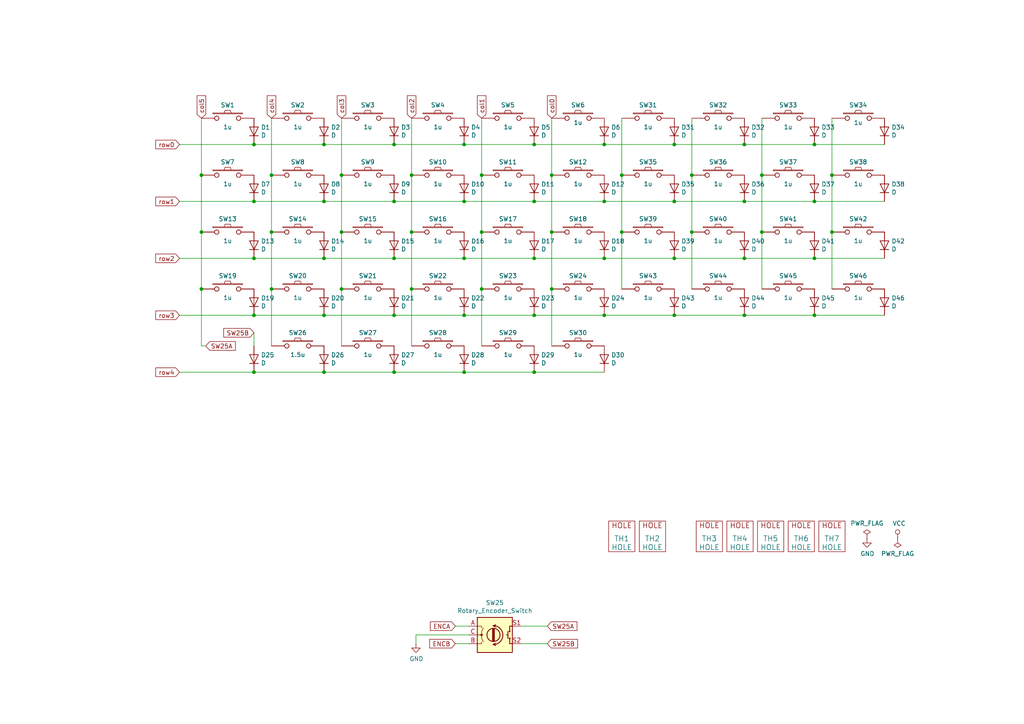
<source format=kicad_sch>
(kicad_sch (version 20211123) (generator eeschema)
  (paper "A4")
  (lib_symbols
    (symbol "Device:Rotary_Encoder_Switch" (pin_names (offset 0.254) hide)
      (property "Reference" "SW" (at 0 6.604 0))
      (property "Value" "Device_Rotary_Encoder_Switch" (at 0 -6.604 0))
      (symbol "Rotary_Encoder_Switch_0_1"
        (rectangle (start -5.08 5.08) (end 5.08 -5.08) (stroke (width 0.254)) (fill (type background)))
        (circle (center -3.81 0) (radius 0.254) (fill (type outline)))
        (arc (start -0.381 -2.794) (mid 2.3622 -0.0635) (end -0.381 2.667) (stroke (width 0.254)))
        (circle (center -0.381 0) (radius 1.905) (stroke (width 0.254)))
        (polyline (pts (xy -0.635 -1.778) (xy -0.635 1.778)) (stroke (width 0.254)))
        (polyline (pts (xy -0.381 -1.778) (xy -0.381 1.778)) (stroke (width 0.254)))
        (polyline (pts (xy -0.127 1.778) (xy -0.127 -1.778)) (stroke (width 0.254)))
        (polyline (pts (xy 3.81 0) (xy 3.429 0)) (stroke (width 0.254)))
        (polyline (pts (xy 3.81 1.016) (xy 3.81 -1.016)) (stroke (width 0.254)))
        (polyline (pts (xy -5.08 -2.54) (xy -3.81 -2.54) (xy -3.81 -2.032)))
        (polyline (pts (xy -5.08 2.54) (xy -3.81 2.54) (xy -3.81 2.032)))
        (polyline (pts (xy 0.254 -3.048) (xy -0.508 -2.794) (xy 0.127 -2.413)) (stroke (width 0.254)))
        (polyline (pts (xy 0.254 2.921) (xy -0.508 2.667) (xy 0.127 2.286)) (stroke (width 0.254)))
        (polyline (pts (xy 5.08 -2.54) (xy 4.318 -2.54) (xy 4.318 -1.016)) (stroke (width 0.254)))
        (polyline (pts (xy 5.08 2.54) (xy 4.318 2.54) (xy 4.318 1.016)) (stroke (width 0.254)))
        (polyline (pts (xy -5.08 0) (xy -3.81 0) (xy -3.81 -1.016) (xy -3.302 -2.032)))
        (polyline (pts (xy -4.318 0) (xy -3.81 0) (xy -3.81 1.016) (xy -3.302 2.032)))
        (circle (center 4.318 -1.016) (radius 0.127) (stroke (width 0.254)))
        (circle (center 4.318 1.016) (radius 0.127) (stroke (width 0.254)))
      )
      (symbol "Rotary_Encoder_Switch_1_1"
        (pin passive line (at -7.62 2.54 0) (length 2.54) (name "A") (number "A"))
        (pin passive line (at -7.62 -2.54 0) (length 2.54) (name "B") (number "B"))
        (pin passive line (at -7.62 0 0) (length 2.54) (name "C") (number "C"))
        (pin passive line (at 7.62 2.54 180) (length 2.54) (name "S1") (number "S1"))
        (pin passive line (at 7.62 -2.54 180) (length 2.54) (name "S2") (number "S2"))
      )
    )
    (symbol "SofleKeyboard-rescue:D-Lily58-cache-Lily58_Pro-rescue" (pin_numbers hide) (pin_names (offset 1.016) hide)
      (property "Reference" "D" (at 0 2.54 0))
      (property "Value" "D-Lily58-cache-Lily58_Pro-rescue" (at 0 -2.54 0))
      (symbol "D-Lily58-cache-Lily58_Pro-rescue_0_1"
        (polyline (pts (xy -1.27 1.27) (xy -1.27 -1.27)) (stroke (width 0.2032)))
        (polyline (pts (xy 1.27 0) (xy -1.27 0)))
        (polyline (pts (xy 1.27 1.27) (xy 1.27 -1.27) (xy -1.27 0) (xy 1.27 1.27)) (stroke (width 0.2032)))
      )
      (symbol "D-Lily58-cache-Lily58_Pro-rescue_1_1"
        (pin passive line (at -3.81 0 0) (length 2.54) (name "K") (number "1"))
        (pin passive line (at 3.81 0 180) (length 2.54) (name "A") (number "2"))
      )
    )
    (symbol "SofleKeyboard-rescue:GND-Lily58-cache-Lily58_Pro-rescue" (power) (pin_names (offset 0))
      (property "Value" "GND-Lily58-cache-Lily58_Pro-rescue" (at 0 -3.81 0))
      (symbol "GND-Lily58-cache-Lily58_Pro-rescue_1_1"
        (polyline (pts (xy 0 0) (xy 0 -1.27) (xy 1.27 -1.27) (xy 0 -2.54) (xy -1.27 -1.27) (xy 0 -1.27)))
        (pin power_in line (at 0 0 0) (length 0) hide (name "GND") (number "1"))
      )
    )
    (symbol "SofleKeyboard-rescue:HOLE-Lily58-cache-Lily58_Pro-rescue" (pin_names (offset 1.016))
      (property "Reference" "U" (at 0 0 0))
      (property "Value" "HOLE-Lily58-cache-Lily58_Pro-rescue" (at 0 -5.08 0))
      (symbol "HOLE-Lily58-cache-Lily58_Pro-rescue_0_0"
        (text "HOLE" (at 0 3.81 0) (effects (font (size 1.524 1.524))))
      )
      (symbol "HOLE-Lily58-cache-Lily58_Pro-rescue_0_1"
        (rectangle (start 3.81 5.08) (end -3.81 -3.81))
      )
    )
    (symbol "SofleKeyboard-rescue:PWR_FLAG-Lily58-cache-Lily58_Pro-rescue" (power) (pin_numbers hide) (pin_names (offset 0) hide)
      (property "Value" "PWR_FLAG-Lily58-cache-Lily58_Pro-rescue" (at 0 3.81 0))
      (symbol "PWR_FLAG-Lily58-cache-Lily58_Pro-rescue_0_0"
        (pin power_out line (at 0 0 90) (length 0) (name "pwr") (number "1"))
      )
      (symbol "PWR_FLAG-Lily58-cache-Lily58_Pro-rescue_0_1"
        (polyline (pts (xy 0 0) (xy 0 1.27) (xy -1.016 1.905) (xy 0 2.54) (xy 1.016 1.905) (xy 0 1.27)))
      )
    )
    (symbol "SofleKeyboard-rescue:SW_PUSH-Lily58-cache-Lily58_Pro-rescue" (pin_numbers hide) (pin_names (offset 1.016) hide)
      (property "Reference" "SW" (at 3.81 2.794 0))
      (property "Value" "SW_PUSH-Lily58-cache-Lily58_Pro-rescue" (at 0 -2.032 0))
      (symbol "SW_PUSH-Lily58-cache-Lily58_Pro-rescue_0_1"
        (rectangle (start -4.318 1.27) (end 4.318 1.524))
        (polyline (pts (xy -1.016 1.524) (xy -0.762 2.286) (xy 0.762 2.286) (xy 1.016 1.524)))
        (pin passive inverted (at -7.62 0 0) (length 5.08) (name "1") (number "1"))
        (pin passive inverted (at 7.62 0 180) (length 5.08) (name "2") (number "2"))
      )
    )
    (symbol "SofleKeyboard-rescue:VCC-Lily58-cache-Lily58_Pro-rescue" (power) (pin_names (offset 0))
      (property "Value" "VCC-Lily58-cache-Lily58_Pro-rescue" (at 0 3.81 0))
      (symbol "VCC-Lily58-cache-Lily58_Pro-rescue_0_1"
        (polyline (pts (xy 0 0) (xy 0 1.27)))
        (circle (center 0 1.905) (radius 0.635))
      )
      (symbol "VCC-Lily58-cache-Lily58_Pro-rescue_1_1"
        (pin power_in line (at 0 0 90) (length 0) hide (name "VCC") (number "1"))
      )
    )
    (symbol "power:GND" (power) (pin_names (offset 0))
      (property "Value" "GND" (at 0 -3.81 0))
      (symbol "GND_0_1"
        (polyline (pts (xy 0 0) (xy 0 -1.27) (xy 1.27 -1.27) (xy 0 -2.54) (xy -1.27 -1.27) (xy 0 -1.27)))
      )
      (symbol "GND_1_1"
        (pin power_in line (at 0 0 270) (length 0) hide (name "GND") (number "1"))
      )
    )
  )
  (junction (at 93.98 74.93))
  (junction (at 236.22 74.93))
  (junction (at 99.06 83.82))
  (junction (at 58.42 50.8))
  (junction (at 114.3 91.44))
  (junction (at 154.94 107.95))
  (junction (at 134.62 91.44))
  (junction (at 93.98 58.42))
  (junction (at 175.26 91.44))
  (junction (at 215.9 91.44))
  (junction (at 160.02 50.8))
  (junction (at 73.66 41.91))
  (junction (at 195.58 91.44))
  (junction (at 114.3 58.42))
  (junction (at 236.22 41.91))
  (junction (at 175.26 41.91))
  (junction (at 119.38 50.8))
  (junction (at 160.02 83.82))
  (junction (at 93.98 41.91))
  (junction (at 78.74 83.82))
  (junction (at 195.58 74.93))
  (junction (at 114.3 74.93))
  (junction (at 200.66 67.31))
  (junction (at 73.66 91.44))
  (junction (at 175.26 58.42))
  (junction (at 139.7 50.8))
  (junction (at 180.34 50.8))
  (junction (at 160.02 67.31))
  (junction (at 78.74 67.31))
  (junction (at 99.06 67.31))
  (junction (at 215.9 41.91))
  (junction (at 134.62 74.93))
  (junction (at 215.9 58.42))
  (junction (at 78.74 50.8))
  (junction (at 200.66 50.8))
  (junction (at 99.06 50.8))
  (junction (at 215.9 74.93))
  (junction (at 139.7 83.82))
  (junction (at 220.98 50.8))
  (junction (at 154.94 74.93))
  (junction (at 241.3 50.8))
  (junction (at 154.94 58.42))
  (junction (at 195.58 41.91))
  (junction (at 58.42 67.31))
  (junction (at 236.22 91.44))
  (junction (at 154.94 41.91))
  (junction (at 114.3 41.91))
  (junction (at 139.7 67.31))
  (junction (at 119.38 83.82))
  (junction (at 180.34 67.31))
  (junction (at 195.58 58.42))
  (junction (at 175.26 74.93))
  (junction (at 134.62 58.42))
  (junction (at 241.3 67.31))
  (junction (at 58.42 83.82))
  (junction (at 73.66 107.95))
  (junction (at 154.94 91.44))
  (junction (at 134.62 107.95))
  (junction (at 93.98 91.44))
  (junction (at 73.66 58.42))
  (junction (at 73.66 74.93))
  (junction (at 236.22 58.42))
  (junction (at 134.62 41.91))
  (junction (at 119.38 67.31))
  (junction (at 114.3 107.95))
  (junction (at 220.98 67.31))
  (junction (at 93.98 107.95))
  (wire (pts (xy 195.58 74.93) (xy 215.9 74.93)))
  (wire (pts (xy 180.34 67.31) (xy 180.34 83.82)))
  (wire (pts (xy 195.58 41.91) (xy 215.9 41.91)))
  (wire (pts (xy 52.07 107.95) (xy 73.66 107.95)))
  (wire (pts (xy 154.94 74.93) (xy 175.26 74.93)))
  (wire (pts (xy 175.26 58.42) (xy 195.58 58.42)))
  (wire (pts (xy 154.94 107.95) (xy 175.26 107.95)))
  (wire (pts (xy 114.3 74.93) (xy 134.62 74.93)))
  (wire (pts (xy 73.66 96.52) (xy 73.66 100.33)))
  (wire (pts (xy 73.66 107.95) (xy 93.98 107.95)))
  (wire (pts (xy 93.98 74.93) (xy 114.3 74.93)))
  (wire (pts (xy 78.74 34.29) (xy 78.74 50.8)))
  (wire (pts (xy 180.34 34.29) (xy 180.34 50.8)))
  (wire (pts (xy 175.26 91.44) (xy 195.58 91.44)))
  (wire (pts (xy 119.38 67.31) (xy 119.38 83.82)))
  (wire (pts (xy 220.98 83.82) (xy 220.98 67.31)))
  (wire (pts (xy 236.22 74.93) (xy 256.54 74.93)))
  (wire (pts (xy 119.38 83.82) (xy 119.38 100.33)))
  (wire (pts (xy 154.94 41.91) (xy 134.62 41.91)))
  (wire (pts (xy 180.34 50.8) (xy 180.34 67.31)))
  (wire (pts (xy 58.42 50.8) (xy 58.42 67.31)))
  (wire (pts (xy 151.13 186.69) (xy 158.75 186.69)))
  (wire (pts (xy 134.62 107.95) (xy 154.94 107.95)))
  (wire (pts (xy 139.7 34.29) (xy 139.7 50.8)))
  (wire (pts (xy 195.58 58.42) (xy 215.9 58.42)))
  (wire (pts (xy 93.98 41.91) (xy 73.66 41.91)))
  (wire (pts (xy 93.98 41.91) (xy 114.3 41.91)))
  (wire (pts (xy 200.66 50.8) (xy 200.66 67.31)))
  (wire (pts (xy 236.22 41.91) (xy 215.9 41.91)))
  (wire (pts (xy 160.02 67.31) (xy 160.02 50.8)))
  (wire (pts (xy 114.3 58.42) (xy 134.62 58.42)))
  (wire (pts (xy 99.06 50.8) (xy 99.06 67.31)))
  (wire (pts (xy 236.22 41.91) (xy 256.54 41.91)))
  (wire (pts (xy 58.42 83.82) (xy 58.42 100.33)))
  (wire (pts (xy 73.66 91.44) (xy 52.07 91.44)))
  (wire (pts (xy 154.94 41.91) (xy 175.26 41.91)))
  (wire (pts (xy 139.7 83.82) (xy 139.7 67.31)))
  (wire (pts (xy 134.62 58.42) (xy 154.94 58.42)))
  (wire (pts (xy 151.13 181.61) (xy 158.75 181.61)))
  (wire (pts (xy 160.02 67.31) (xy 160.02 83.82)))
  (wire (pts (xy 93.98 74.93) (xy 73.66 74.93)))
  (wire (pts (xy 93.98 91.44) (xy 73.66 91.44)))
  (wire (pts (xy 135.89 184.15) (xy 120.65 184.15)))
  (wire (pts (xy 73.66 74.93) (xy 52.07 74.93)))
  (wire (pts (xy 132.08 181.61) (xy 135.89 181.61)))
  (wire (pts (xy 175.26 41.91) (xy 195.58 41.91)))
  (wire (pts (xy 241.3 67.31) (xy 241.3 50.8)))
  (wire (pts (xy 73.66 58.42) (xy 52.07 58.42)))
  (wire (pts (xy 99.06 34.29) (xy 99.06 50.8)))
  (wire (pts (xy 175.26 74.93) (xy 195.58 74.93)))
  (wire (pts (xy 241.3 50.8) (xy 241.3 34.29)))
  (wire (pts (xy 93.98 107.95) (xy 114.3 107.95)))
  (wire (pts (xy 215.9 91.44) (xy 236.22 91.44)))
  (wire (pts (xy 241.3 67.31) (xy 241.3 83.82)))
  (wire (pts (xy 78.74 50.8) (xy 78.74 67.31)))
  (wire (pts (xy 73.66 41.91) (xy 52.07 41.91)))
  (wire (pts (xy 134.62 74.93) (xy 154.94 74.93)))
  (wire (pts (xy 78.74 67.31) (xy 78.74 83.82)))
  (wire (pts (xy 99.06 67.31) (xy 99.06 83.82)))
  (wire (pts (xy 119.38 50.8) (xy 119.38 67.31)))
  (wire (pts (xy 114.3 41.91) (xy 134.62 41.91)))
  (wire (pts (xy 134.62 91.44) (xy 154.94 91.44)))
  (wire (pts (xy 236.22 91.44) (xy 256.54 91.44)))
  (wire (pts (xy 220.98 50.8) (xy 220.98 67.31)))
  (wire (pts (xy 215.9 58.42) (xy 236.22 58.42)))
  (wire (pts (xy 139.7 50.8) (xy 139.7 67.31)))
  (wire (pts (xy 119.38 34.29) (xy 119.38 50.8)))
  (wire (pts (xy 58.42 67.31) (xy 58.42 83.82)))
  (wire (pts (xy 58.42 34.29) (xy 58.42 50.8)))
  (wire (pts (xy 114.3 107.95) (xy 134.62 107.95)))
  (wire (pts (xy 154.94 58.42) (xy 175.26 58.42)))
  (wire (pts (xy 132.08 186.69) (xy 135.89 186.69)))
  (wire (pts (xy 139.7 83.82) (xy 139.7 100.33)))
  (wire (pts (xy 114.3 91.44) (xy 134.62 91.44)))
  (wire (pts (xy 99.06 83.82) (xy 99.06 100.33)))
  (wire (pts (xy 220.98 34.29) (xy 220.98 50.8)))
  (wire (pts (xy 200.66 34.29) (xy 200.66 50.8)))
  (wire (pts (xy 58.42 100.33) (xy 59.69 100.33)))
  (wire (pts (xy 93.98 58.42) (xy 114.3 58.42)))
  (wire (pts (xy 78.74 83.82) (xy 78.74 100.33)))
  (wire (pts (xy 93.98 91.44) (xy 114.3 91.44)))
  (wire (pts (xy 160.02 83.82) (xy 160.02 100.33)))
  (wire (pts (xy 236.22 58.42) (xy 256.54 58.42)))
  (wire (pts (xy 160.02 50.8) (xy 160.02 34.29)))
  (wire (pts (xy 215.9 74.93) (xy 236.22 74.93)))
  (wire (pts (xy 120.65 184.15) (xy 120.65 186.69)))
  (wire (pts (xy 154.94 91.44) (xy 175.26 91.44)))
  (wire (pts (xy 93.98 58.42) (xy 73.66 58.42)))
  (wire (pts (xy 200.66 67.31) (xy 200.66 83.82)))
  (wire (pts (xy 195.58 91.44) (xy 215.9 91.44)))
  (global_label "ENCA" (shape input) (at 132.08 181.61 180) (property "Intersheet References" "${INTERSHEET_REFS}" (effects hide)))
  (global_label "SW25B" (shape input) (at 158.75 186.69 0) (property "Intersheet References" "${INTERSHEET_REFS}" (effects hide)))
  (global_label "SW25A" (shape input) (at 59.69 100.33 0) (property "Intersheet References" "${INTERSHEET_REFS}" (effects hide)))
  (global_label "ENCB" (shape input) (at 132.08 186.69 180) (property "Intersheet References" "${INTERSHEET_REFS}" (effects hide)))
  (global_label "col4" (shape input) (at 78.74 34.29 90) (property "Intersheet References" "${INTERSHEET_REFS}" (effects hide)))
  (global_label "SW25A" (shape input) (at 158.75 181.61 0) (property "Intersheet References" "${INTERSHEET_REFS}" (effects hide)))
  (global_label "col2" (shape input) (at 119.38 34.29 90) (property "Intersheet References" "${INTERSHEET_REFS}" (effects hide)))
  (global_label "row3" (shape input) (at 52.07 91.44 180) (property "Intersheet References" "${INTERSHEET_REFS}" (effects hide)))
  (global_label "row0" (shape input) (at 52.07 41.91 180) (property "Intersheet References" "${INTERSHEET_REFS}" (effects hide)))
  (global_label "row4" (shape input) (at 52.07 107.95 180) (property "Intersheet References" "${INTERSHEET_REFS}" (effects hide)))
  (global_label "col5" (shape input) (at 58.42 34.29 90) (property "Intersheet References" "${INTERSHEET_REFS}" (effects hide)))
  (global_label "SW25B" (shape input) (at 73.66 96.52 180) (property "Intersheet References" "${INTERSHEET_REFS}" (effects hide)))
  (global_label "row2" (shape input) (at 52.07 74.93 180) (property "Intersheet References" "${INTERSHEET_REFS}" (effects hide)))
  (global_label "col0" (shape input) (at 160.02 34.29 90) (property "Intersheet References" "${INTERSHEET_REFS}" (effects hide)))
  (global_label "col3" (shape input) (at 99.06 34.29 90) (property "Intersheet References" "${INTERSHEET_REFS}" (effects hide)))
  (global_label "col1" (shape input) (at 139.7 34.29 90) (property "Intersheet References" "${INTERSHEET_REFS}" (effects hide)))
  (global_label "row1" (shape input) (at 52.07 58.42 180) (property "Intersheet References" "${INTERSHEET_REFS}" (effects hide)))
  (symbol (lib_id "SofleKeyboard-rescue:SW_PUSH-Lily58-cache-Lily58_Pro-rescue") (at 86.36 100.33 0) (unit 1)
    (property "Reference" "SW26" (at 86.36 96.52 0))
    (property "Value" "1.5u" (at 86.36 102.87 0))
    (property "Footprint" "MX-hotswap:SW-HS-1.5u" (effects hide))
  )
  (symbol (lib_id "SofleKeyboard-rescue:SW_PUSH-Lily58-cache-Lily58_Pro-rescue") (at 66.04 34.29 0) (unit 1)
    (property "Reference" "SW1" (at 66.04 30.48 0))
    (property "Value" "1u" (at 66.04 36.83 0))
    (property "Footprint" "MX-hotswap:SW-HS-1u" (effects hide))
  )
  (symbol (lib_id "SofleKeyboard-rescue:D-Lily58-cache-Lily58_Pro-rescue") (at 73.66 38.1 90) (unit 1)
    (property "Reference" "D1" (at 75.6666 36.9316 90) (effects (justify right)))
    (property "Value" "D" (at 75.6666 39.243 90) (effects (justify right)))
    (property "Footprint" "SofleKeyboard-footprint:Diode_SOD123" (effects hide))
  )
  (symbol (lib_id "SofleKeyboard-rescue:SW_PUSH-Lily58-cache-Lily58_Pro-rescue") (at 86.36 34.29 0) (unit 1)
    (property "Reference" "SW2" (at 86.36 30.48 0))
    (property "Value" "1u" (at 86.36 36.83 0))
    (property "Footprint" "MX-hotswap:SW-HS-1u" (effects hide))
  )
  (symbol (lib_id "SofleKeyboard-rescue:D-Lily58-cache-Lily58_Pro-rescue") (at 93.98 38.1 90) (unit 1)
    (property "Reference" "D2" (at 95.9866 36.9316 90) (effects (justify right)))
    (property "Value" "D" (at 95.9866 39.243 90) (effects (justify right)))
    (property "Footprint" "SofleKeyboard-footprint:Diode_SOD123" (effects hide))
  )
  (symbol (lib_id "SofleKeyboard-rescue:SW_PUSH-Lily58-cache-Lily58_Pro-rescue") (at 106.68 34.29 0) (unit 1)
    (property "Reference" "SW3" (at 106.68 30.48 0))
    (property "Value" "1u" (at 106.68 36.83 0))
    (property "Footprint" "MX-hotswap:SW-HS-1u" (effects hide))
  )
  (symbol (lib_id "SofleKeyboard-rescue:D-Lily58-cache-Lily58_Pro-rescue") (at 114.3 38.1 90) (unit 1)
    (property "Reference" "D3" (at 116.3066 36.9316 90) (effects (justify right)))
    (property "Value" "D" (at 116.3066 39.243 90) (effects (justify right)))
    (property "Footprint" "SofleKeyboard-footprint:Diode_SOD123" (effects hide))
  )
  (symbol (lib_id "SofleKeyboard-rescue:SW_PUSH-Lily58-cache-Lily58_Pro-rescue") (at 127 34.29 0) (unit 1)
    (property "Reference" "SW4" (at 127 30.48 0))
    (property "Value" "1u" (at 127 36.83 0))
    (property "Footprint" "MX-hotswap:SW-HS-1u" (effects hide))
  )
  (symbol (lib_id "SofleKeyboard-rescue:D-Lily58-cache-Lily58_Pro-rescue") (at 134.62 38.1 90) (unit 1)
    (property "Reference" "D4" (at 136.6266 36.9316 90) (effects (justify right)))
    (property "Value" "D" (at 136.6266 39.243 90) (effects (justify right)))
    (property "Footprint" "SofleKeyboard-footprint:Diode_SOD123" (effects hide))
  )
  (symbol (lib_id "SofleKeyboard-rescue:SW_PUSH-Lily58-cache-Lily58_Pro-rescue") (at 147.32 34.29 0) (unit 1)
    (property "Reference" "SW5" (at 147.32 30.48 0))
    (property "Value" "1u" (at 147.32 36.83 0))
    (property "Footprint" "MX-hotswap:SW-HS-1u" (effects hide))
  )
  (symbol (lib_id "SofleKeyboard-rescue:D-Lily58-cache-Lily58_Pro-rescue") (at 154.94 38.1 90) (unit 1)
    (property "Reference" "D5" (at 156.9466 36.9316 90) (effects (justify right)))
    (property "Value" "D" (at 156.9466 39.243 90) (effects (justify right)))
    (property "Footprint" "SofleKeyboard-footprint:Diode_SOD123" (effects hide))
  )
  (symbol (lib_id "SofleKeyboard-rescue:SW_PUSH-Lily58-cache-Lily58_Pro-rescue") (at 167.64 34.29 0) (unit 1)
    (property "Reference" "SW6" (at 167.64 30.48 0))
    (property "Value" "1u" (at 167.64 35.56 0))
    (property "Footprint" "MX-hotswap:SW-HS-1u" (effects hide))
  )
  (symbol (lib_id "SofleKeyboard-rescue:D-Lily58-cache-Lily58_Pro-rescue") (at 175.26 38.1 90) (unit 1)
    (property "Reference" "D6" (at 177.2666 36.9316 90) (effects (justify right)))
    (property "Value" "D" (at 177.2666 39.243 90) (effects (justify right)))
    (property "Footprint" "SofleKeyboard-footprint:Diode_SOD123" (effects hide))
  )
  (symbol (lib_id "SofleKeyboard-rescue:SW_PUSH-Lily58-cache-Lily58_Pro-rescue") (at 86.36 50.8 0) (unit 1)
    (property "Reference" "SW8" (at 86.36 46.99 0))
    (property "Value" "1u" (at 86.36 53.34 0))
    (property "Footprint" "MX-hotswap:SW-HS-1u" (effects hide))
  )
  (symbol (lib_id "SofleKeyboard-rescue:SW_PUSH-Lily58-cache-Lily58_Pro-rescue") (at 106.68 50.8 0) (unit 1)
    (property "Reference" "SW9" (at 106.68 46.99 0))
    (property "Value" "1u" (at 106.68 53.34 0))
    (property "Footprint" "MX-hotswap:SW-HS-1u" (effects hide))
  )
  (symbol (lib_id "SofleKeyboard-rescue:SW_PUSH-Lily58-cache-Lily58_Pro-rescue") (at 127 50.8 0) (unit 1)
    (property "Reference" "SW10" (at 127 46.99 0))
    (property "Value" "1u" (at 127 53.34 0))
    (property "Footprint" "MX-hotswap:SW-HS-1u" (effects hide))
  )
  (symbol (lib_id "SofleKeyboard-rescue:SW_PUSH-Lily58-cache-Lily58_Pro-rescue") (at 147.32 50.8 0) (unit 1)
    (property "Reference" "SW11" (at 147.32 46.99 0))
    (property "Value" "1u" (at 147.32 53.34 0))
    (property "Footprint" "MX-hotswap:SW-HS-1u" (effects hide))
  )
  (symbol (lib_id "SofleKeyboard-rescue:SW_PUSH-Lily58-cache-Lily58_Pro-rescue") (at 167.64 50.8 0) (unit 1)
    (property "Reference" "SW12" (at 167.64 46.99 0))
    (property "Value" "1u" (at 167.64 53.34 0))
    (property "Footprint" "MX-hotswap:SW-HS-1u" (effects hide))
  )
  (symbol (lib_id "SofleKeyboard-rescue:SW_PUSH-Lily58-cache-Lily58_Pro-rescue") (at 66.04 50.8 0) (unit 1)
    (property "Reference" "SW7" (at 66.04 46.99 0))
    (property "Value" "1u" (at 66.04 53.34 0))
    (property "Footprint" "MX-hotswap:SW-HS-1u" (effects hide))
  )
  (symbol (lib_id "SofleKeyboard-rescue:D-Lily58-cache-Lily58_Pro-rescue") (at 73.66 54.61 90) (unit 1)
    (property "Reference" "D7" (at 75.6666 53.4416 90) (effects (justify right)))
    (property "Value" "D" (at 75.6666 55.753 90) (effects (justify right)))
    (property "Footprint" "SofleKeyboard-footprint:Diode_SOD123" (effects hide))
  )
  (symbol (lib_id "SofleKeyboard-rescue:D-Lily58-cache-Lily58_Pro-rescue") (at 93.98 54.61 90) (unit 1)
    (property "Reference" "D8" (at 95.9866 53.4416 90) (effects (justify right)))
    (property "Value" "D" (at 95.9866 55.753 90) (effects (justify right)))
    (property "Footprint" "SofleKeyboard-footprint:Diode_SOD123" (effects hide))
  )
  (symbol (lib_id "SofleKeyboard-rescue:D-Lily58-cache-Lily58_Pro-rescue") (at 114.3 54.61 90) (unit 1)
    (property "Reference" "D9" (at 116.3066 53.4416 90) (effects (justify right)))
    (property "Value" "D" (at 116.3066 55.753 90) (effects (justify right)))
    (property "Footprint" "SofleKeyboard-footprint:Diode_SOD123" (effects hide))
  )
  (symbol (lib_id "SofleKeyboard-rescue:D-Lily58-cache-Lily58_Pro-rescue") (at 134.62 54.61 90) (unit 1)
    (property "Reference" "D10" (at 136.6266 53.4416 90) (effects (justify right)))
    (property "Value" "D" (at 136.6266 55.753 90) (effects (justify right)))
    (property "Footprint" "SofleKeyboard-footprint:Diode_SOD123" (effects hide))
  )
  (symbol (lib_id "SofleKeyboard-rescue:D-Lily58-cache-Lily58_Pro-rescue") (at 154.94 54.61 90) (unit 1)
    (property "Reference" "D11" (at 156.9466 53.4416 90) (effects (justify right)))
    (property "Value" "D" (at 156.9466 55.753 90) (effects (justify right)))
    (property "Footprint" "SofleKeyboard-footprint:Diode_SOD123" (effects hide))
  )
  (symbol (lib_id "SofleKeyboard-rescue:D-Lily58-cache-Lily58_Pro-rescue") (at 175.26 54.61 90) (unit 1)
    (property "Reference" "D12" (at 177.2666 53.4416 90) (effects (justify right)))
    (property "Value" "D" (at 177.2666 55.753 90) (effects (justify right)))
    (property "Footprint" "SofleKeyboard-footprint:Diode_SOD123" (effects hide))
  )
  (symbol (lib_id "SofleKeyboard-rescue:SW_PUSH-Lily58-cache-Lily58_Pro-rescue") (at 66.04 67.31 0) (unit 1)
    (property "Reference" "SW13" (at 66.04 63.5 0))
    (property "Value" "1u" (at 66.04 69.85 0))
    (property "Footprint" "MX-hotswap:SW-HS-1u" (effects hide))
  )
  (symbol (lib_id "SofleKeyboard-rescue:SW_PUSH-Lily58-cache-Lily58_Pro-rescue") (at 86.36 67.31 0) (unit 1)
    (property "Reference" "SW14" (at 86.36 63.5 0))
    (property "Value" "1u" (at 86.36 69.85 0))
    (property "Footprint" "MX-hotswap:SW-HS-1u" (effects hide))
  )
  (symbol (lib_id "SofleKeyboard-rescue:SW_PUSH-Lily58-cache-Lily58_Pro-rescue") (at 106.68 67.31 0) (unit 1)
    (property "Reference" "SW15" (at 106.68 63.5 0))
    (property "Value" "1u" (at 106.68 69.85 0))
    (property "Footprint" "MX-hotswap:SW-HS-1u" (effects hide))
  )
  (symbol (lib_id "SofleKeyboard-rescue:SW_PUSH-Lily58-cache-Lily58_Pro-rescue") (at 127 67.31 0) (unit 1)
    (property "Reference" "SW16" (at 127 63.5 0))
    (property "Value" "1u" (at 127 69.85 0))
    (property "Footprint" "MX-hotswap:SW-HS-1u" (effects hide))
  )
  (symbol (lib_id "SofleKeyboard-rescue:SW_PUSH-Lily58-cache-Lily58_Pro-rescue") (at 147.32 67.31 0) (unit 1)
    (property "Reference" "SW17" (at 147.32 63.5 0))
    (property "Value" "1u" (at 147.32 69.85 0))
    (property "Footprint" "MX-hotswap:SW-HS-1u" (effects hide))
  )
  (symbol (lib_id "SofleKeyboard-rescue:SW_PUSH-Lily58-cache-Lily58_Pro-rescue") (at 167.64 67.31 0) (unit 1)
    (property "Reference" "SW18" (at 167.64 63.5 0))
    (property "Value" "1u" (at 167.64 69.85 0))
    (property "Footprint" "MX-hotswap:SW-HS-1u" (effects hide))
  )
  (symbol (lib_id "SofleKeyboard-rescue:D-Lily58-cache-Lily58_Pro-rescue") (at 73.66 71.12 90) (unit 1)
    (property "Reference" "D13" (at 75.6666 69.9516 90) (effects (justify right)))
    (property "Value" "D" (at 75.6666 72.263 90) (effects (justify right)))
    (property "Footprint" "SofleKeyboard-footprint:Diode_SOD123" (effects hide))
  )
  (symbol (lib_id "SofleKeyboard-rescue:D-Lily58-cache-Lily58_Pro-rescue") (at 93.98 71.12 90) (unit 1)
    (property "Reference" "D14" (at 95.9866 69.9516 90) (effects (justify right)))
    (property "Value" "D" (at 95.9866 72.263 90) (effects (justify right)))
    (property "Footprint" "SofleKeyboard-footprint:Diode_SOD123" (effects hide))
  )
  (symbol (lib_id "SofleKeyboard-rescue:D-Lily58-cache-Lily58_Pro-rescue") (at 114.3 71.12 90) (unit 1)
    (property "Reference" "D15" (at 116.3066 69.9516 90) (effects (justify right)))
    (property "Value" "D" (at 116.3066 72.263 90) (effects (justify right)))
    (property "Footprint" "SofleKeyboard-footprint:Diode_SOD123" (effects hide))
  )
  (symbol (lib_id "SofleKeyboard-rescue:D-Lily58-cache-Lily58_Pro-rescue") (at 134.62 71.12 90) (unit 1)
    (property "Reference" "D16" (at 136.6266 69.9516 90) (effects (justify right)))
    (property "Value" "D" (at 136.6266 72.263 90) (effects (justify right)))
    (property "Footprint" "SofleKeyboard-footprint:Diode_SOD123" (effects hide))
  )
  (symbol (lib_id "SofleKeyboard-rescue:D-Lily58-cache-Lily58_Pro-rescue") (at 154.94 71.12 90) (unit 1)
    (property "Reference" "D17" (at 156.9466 69.9516 90) (effects (justify right)))
    (property "Value" "D" (at 156.9466 72.263 90) (effects (justify right)))
    (property "Footprint" "SofleKeyboard-footprint:Diode_SOD123" (effects hide))
  )
  (symbol (lib_id "SofleKeyboard-rescue:D-Lily58-cache-Lily58_Pro-rescue") (at 175.26 71.12 90) (unit 1)
    (property "Reference" "D18" (at 177.2666 69.9516 90) (effects (justify right)))
    (property "Value" "D" (at 177.2666 72.263 90) (effects (justify right)))
    (property "Footprint" "SofleKeyboard-footprint:Diode_SOD123" (effects hide))
  )
  (symbol (lib_id "SofleKeyboard-rescue:SW_PUSH-Lily58-cache-Lily58_Pro-rescue") (at 106.68 83.82 0) (unit 1)
    (property "Reference" "SW21" (at 106.68 80.01 0))
    (property "Value" "1u" (at 106.68 86.36 0))
    (property "Footprint" "MX-hotswap:SW-HS-1u" (effects hide))
  )
  (symbol (lib_id "SofleKeyboard-rescue:SW_PUSH-Lily58-cache-Lily58_Pro-rescue") (at 127 83.82 0) (unit 1)
    (property "Reference" "SW22" (at 127 80.01 0))
    (property "Value" "1u" (at 127 86.36 0))
    (property "Footprint" "MX-hotswap:SW-HS-1u" (effects hide))
  )
  (symbol (lib_id "SofleKeyboard-rescue:SW_PUSH-Lily58-cache-Lily58_Pro-rescue") (at 147.32 83.82 0) (unit 1)
    (property "Reference" "SW23" (at 147.32 80.01 0))
    (property "Value" "1u" (at 147.32 86.36 0))
    (property "Footprint" "MX-hotswap:SW-HS-1u" (effects hide))
  )
  (symbol (lib_id "SofleKeyboard-rescue:SW_PUSH-Lily58-cache-Lily58_Pro-rescue") (at 167.64 83.82 0) (unit 1)
    (property "Reference" "SW24" (at 167.64 80.01 0))
    (property "Value" "1u" (at 167.64 86.36 0))
    (property "Footprint" "MX-hotswap:SW-HS-1u" (effects hide))
  )
  (symbol (lib_id "SofleKeyboard-rescue:SW_PUSH-Lily58-cache-Lily58_Pro-rescue") (at 86.36 83.82 0) (unit 1)
    (property "Reference" "SW20" (at 86.36 80.01 0))
    (property "Value" "1u" (at 86.36 86.36 0))
    (property "Footprint" "MX-hotswap:SW-HS-1u" (effects hide))
  )
  (symbol (lib_id "SofleKeyboard-rescue:SW_PUSH-Lily58-cache-Lily58_Pro-rescue") (at 66.04 83.82 0) (unit 1)
    (property "Reference" "SW19" (at 66.04 80.01 0))
    (property "Value" "1u" (at 66.04 86.36 0))
    (property "Footprint" "MX-hotswap:SW-HS-1u" (effects hide))
  )
  (symbol (lib_id "SofleKeyboard-rescue:D-Lily58-cache-Lily58_Pro-rescue") (at 73.66 87.63 90) (unit 1)
    (property "Reference" "D19" (at 75.6666 86.4616 90) (effects (justify right)))
    (property "Value" "D" (at 75.6666 88.773 90) (effects (justify right)))
    (property "Footprint" "SofleKeyboard-footprint:Diode_SOD123" (effects hide))
  )
  (symbol (lib_id "SofleKeyboard-rescue:D-Lily58-cache-Lily58_Pro-rescue") (at 93.98 87.63 90) (unit 1)
    (property "Reference" "D20" (at 95.9866 86.4616 90) (effects (justify right)))
    (property "Value" "D" (at 95.9866 88.773 90) (effects (justify right)))
    (property "Footprint" "SofleKeyboard-footprint:Diode_SOD123" (effects hide))
  )
  (symbol (lib_id "SofleKeyboard-rescue:D-Lily58-cache-Lily58_Pro-rescue") (at 114.3 87.63 90) (unit 1)
    (property "Reference" "D21" (at 116.3066 86.4616 90) (effects (justify right)))
    (property "Value" "D" (at 116.3066 88.773 90) (effects (justify right)))
    (property "Footprint" "SofleKeyboard-footprint:Diode_SOD123" (effects hide))
  )
  (symbol (lib_id "SofleKeyboard-rescue:D-Lily58-cache-Lily58_Pro-rescue") (at 134.62 87.63 90) (unit 1)
    (property "Reference" "D22" (at 136.6266 86.4616 90) (effects (justify right)))
    (property "Value" "D" (at 136.6266 88.773 90) (effects (justify right)))
    (property "Footprint" "SofleKeyboard-footprint:Diode_SOD123" (effects hide))
  )
  (symbol (lib_id "SofleKeyboard-rescue:D-Lily58-cache-Lily58_Pro-rescue") (at 154.94 87.63 90) (unit 1)
    (property "Reference" "D23" (at 156.9466 86.4616 90) (effects (justify right)))
    (property "Value" "D" (at 156.9466 88.773 90) (effects (justify right)))
    (property "Footprint" "SofleKeyboard-footprint:Diode_SOD123" (effects hide))
  )
  (symbol (lib_id "SofleKeyboard-rescue:D-Lily58-cache-Lily58_Pro-rescue") (at 175.26 87.63 90) (unit 1)
    (property "Reference" "D24" (at 177.2666 86.4616 90) (effects (justify right)))
    (property "Value" "D" (at 177.2666 88.773 90) (effects (justify right)))
    (property "Footprint" "SofleKeyboard-footprint:Diode_SOD123" (effects hide))
  )
  (symbol (lib_id "SofleKeyboard-rescue:SW_PUSH-Lily58-cache-Lily58_Pro-rescue") (at 106.68 100.33 0) (unit 1)
    (property "Reference" "SW27" (at 106.68 96.52 0))
    (property "Value" "1u" (at 106.68 102.87 0))
    (property "Footprint" "MX-hotswap:SW-HS-1u" (effects hide))
  )
  (symbol (lib_id "SofleKeyboard-rescue:SW_PUSH-Lily58-cache-Lily58_Pro-rescue") (at 127 100.33 0) (unit 1)
    (property "Reference" "SW28" (at 127 96.52 0))
    (property "Value" "1u" (at 127 102.87 0))
    (property "Footprint" "MX-hotswap:SW-HS-1u" (effects hide))
  )
  (symbol (lib_id "SofleKeyboard-rescue:SW_PUSH-Lily58-cache-Lily58_Pro-rescue") (at 147.32 100.33 0) (unit 1)
    (property "Reference" "SW29" (at 147.32 96.52 0))
    (property "Value" "1u" (at 147.32 102.87 0))
    (property "Footprint" "MX-hotswap:SW-HS-1u" (effects hide))
  )
  (symbol (lib_id "SofleKeyboard-rescue:D-Lily58-cache-Lily58_Pro-rescue") (at 73.66 104.14 90) (unit 1)
    (property "Reference" "D25" (at 75.6666 102.9716 90) (effects (justify right)))
    (property "Value" "D" (at 75.6666 105.283 90) (effects (justify right)))
    (property "Footprint" "SofleKeyboard-footprint:Diode_SOD123" (effects hide))
  )
  (symbol (lib_id "SofleKeyboard-rescue:D-Lily58-cache-Lily58_Pro-rescue") (at 93.98 104.14 90) (unit 1)
    (property "Reference" "D26" (at 95.9866 102.9716 90) (effects (justify right)))
    (property "Value" "D" (at 95.9866 105.283 90) (effects (justify right)))
    (property "Footprint" "SofleKeyboard-footprint:Diode_SOD123" (effects hide))
  )
  (symbol (lib_id "SofleKeyboard-rescue:D-Lily58-cache-Lily58_Pro-rescue") (at 114.3 104.14 90) (unit 1)
    (property "Reference" "D27" (at 116.3066 102.9716 90) (effects (justify right)))
    (property "Value" "D" (at 116.3066 105.283 90) (effects (justify right)))
    (property "Footprint" "SofleKeyboard-footprint:Diode_SOD123" (effects hide))
  )
  (symbol (lib_id "SofleKeyboard-rescue:D-Lily58-cache-Lily58_Pro-rescue") (at 134.62 104.14 90) (unit 1)
    (property "Reference" "D28" (at 136.6266 102.9716 90) (effects (justify right)))
    (property "Value" "D" (at 136.6266 105.283 90) (effects (justify right)))
    (property "Footprint" "SofleKeyboard-footprint:Diode_SOD123" (effects hide))
  )
  (symbol (lib_id "SofleKeyboard-rescue:D-Lily58-cache-Lily58_Pro-rescue") (at 154.94 104.14 90) (unit 1)
    (property "Reference" "D29" (at 156.9466 102.9716 90) (effects (justify right)))
    (property "Value" "D" (at 156.9466 105.283 90) (effects (justify right)))
    (property "Footprint" "SofleKeyboard-footprint:Diode_SOD123" (effects hide))
  )
  (symbol (lib_id "SofleKeyboard-rescue:PWR_FLAG-Lily58-cache-Lily58_Pro-rescue") (at 251.46 156.21 0) (unit 1)
    (property "Reference" "#FLG01" (effects hide))
    (property "Value" "PWR_FLAG" (at 251.46 151.7904 0))
  )
  (symbol (lib_id "SofleKeyboard-rescue:GND-Lily58-cache-Lily58_Pro-rescue") (at 251.46 156.21 0) (unit 1)
    (property "Reference" "#PWR012" (effects hide))
    (property "Value" "GND" (at 251.587 160.6042 0))
  )
  (symbol (lib_id "SofleKeyboard-rescue:VCC-Lily58-cache-Lily58_Pro-rescue") (at 260.35 156.21 0) (unit 1)
    (property "Reference" "#PWR013" (effects hide))
    (property "Value" "VCC" (at 260.7818 151.8158 0))
  )
  (symbol (lib_id "SofleKeyboard-rescue:PWR_FLAG-Lily58-cache-Lily58_Pro-rescue") (at 260.35 156.21 180) (unit 1)
    (property "Reference" "#FLG02" (effects hide))
    (property "Value" "PWR_FLAG" (at 260.35 160.6042 0))
  )
  (symbol (lib_id "SofleKeyboard-rescue:HOLE-Lily58-cache-Lily58_Pro-rescue") (at 180.34 156.21 0) (unit 1)
    (property "Reference" "TH1" (at 180.34 156.21 0) (effects (font (size 1.524 1.524))))
    (property "Value" "HOLE" (at 180.34 158.75 0) (effects (font (size 1.524 1.524))))
    (property "Footprint" "SofleKeyboard-footprint:M2_HOLE_PCB" (effects hide))
  )
  (symbol (lib_id "SofleKeyboard-rescue:HOLE-Lily58-cache-Lily58_Pro-rescue") (at 189.23 156.21 0) (unit 1)
    (property "Reference" "TH2" (at 189.23 156.21 0) (effects (font (size 1.524 1.524))))
    (property "Value" "HOLE" (at 189.23 158.75 0) (effects (font (size 1.524 1.524))))
    (property "Footprint" "SofleKeyboard-footprint:M2_HOLE_PCB" (effects hide))
  )
  (symbol (lib_id "SofleKeyboard-rescue:HOLE-Lily58-cache-Lily58_Pro-rescue") (at 214.63 156.21 0) (unit 1)
    (property "Reference" "TH4" (at 214.63 156.21 0) (effects (font (size 1.524 1.524))))
    (property "Value" "HOLE" (at 214.63 158.75 0) (effects (font (size 1.524 1.524))))
    (property "Footprint" "SofleKeyboard-footprint:HOLE_M2_TH" (effects hide))
  )
  (symbol (lib_id "SofleKeyboard-rescue:HOLE-Lily58-cache-Lily58_Pro-rescue") (at 223.52 156.21 0) (unit 1)
    (property "Reference" "TH5" (at 223.52 156.21 0) (effects (font (size 1.524 1.524))))
    (property "Value" "HOLE" (at 223.52 158.75 0) (effects (font (size 1.524 1.524))))
    (property "Footprint" "SofleKeyboard-footprint:HOLE_M2_TH" (effects hide))
  )
  (symbol (lib_id "SofleKeyboard-rescue:HOLE-Lily58-cache-Lily58_Pro-rescue") (at 232.41 156.21 0) (unit 1)
    (property "Reference" "TH6" (at 232.41 156.21 0) (effects (font (size 1.524 1.524))))
    (property "Value" "HOLE" (at 232.41 158.75 0) (effects (font (size 1.524 1.524))))
    (property "Footprint" "SofleKeyboard-footprint:HOLE_M2_TH" (effects hide))
  )
  (symbol (lib_id "SofleKeyboard-rescue:HOLE-Lily58-cache-Lily58_Pro-rescue") (at 241.3 156.21 0) (unit 1)
    (property "Reference" "TH7" (at 241.3 156.21 0) (effects (font (size 1.524 1.524))))
    (property "Value" "HOLE" (at 241.3 158.75 0) (effects (font (size 1.524 1.524))))
    (property "Footprint" "SofleKeyboard-footprint:HOLE_M2_TH" (effects hide))
  )
  (symbol (lib_id "SofleKeyboard-rescue:HOLE-Lily58-cache-Lily58_Pro-rescue") (at 205.74 156.21 0) (unit 1)
    (property "Reference" "TH3" (at 205.74 156.21 0) (effects (font (size 1.524 1.524))))
    (property "Value" "HOLE" (at 205.74 158.75 0) (effects (font (size 1.524 1.524))))
    (property "Footprint" "SofleKeyboard-footprint:HOLE_M2_TH" (effects hide))
  )
  (symbol (lib_id "SofleKeyboard-rescue:SW_PUSH-Lily58-cache-Lily58_Pro-rescue") (at 167.64 100.33 0) (unit 1)
    (property "Reference" "SW30" (at 167.64 96.52 0))
    (property "Value" "1u" (at 167.64 102.87 0))
    (property "Footprint" "MX-hotswap:SW-HS-1u" (effects hide))
  )
  (symbol (lib_id "SofleKeyboard-rescue:D-Lily58-cache-Lily58_Pro-rescue") (at 175.26 104.14 90) (unit 1)
    (property "Reference" "D30" (at 177.2666 102.9716 90) (effects (justify right)))
    (property "Value" "D" (at 177.2666 105.283 90) (effects (justify right)))
    (property "Footprint" "SofleKeyboard-footprint:Diode_SOD123" (effects hide))
  )
  (symbol (lib_id "Device:Rotary_Encoder_Switch") (at 143.51 184.15 0) (unit 1)
    (property "Reference" "SW25" (at 143.51 174.8282 0))
    (property "Value" "Rotary_Encoder_Switch" (at 143.51 177.1396 0))
    (property "Footprint" "SofleKeyboard-footprint:RotaryEncoder_Alps_EC11E-Switch_Vertical_H20mm-keebio_modified" (effects hide))
  )
  (symbol (lib_id "power:GND") (at 120.65 186.69 0) (unit 1)
    (property "Reference" "#PWR0103" (effects hide))
    (property "Value" "GND" (at 120.777 191.0842 0))
  )
  (symbol (lib_id "SofleKeyboard-rescue:SW_PUSH-Lily58-cache-Lily58_Pro-rescue") (at 187.96 50.8 0) (unit 1)
    (property "Reference" "SW35" (at 187.96 46.99 0))
    (property "Value" "1u" (at 187.96 53.34 0))
    (property "Footprint" "MX-hotswap:SW-HS-1u" (effects hide))
  )
  (symbol (lib_id "SofleKeyboard-rescue:SW_PUSH-Lily58-cache-Lily58_Pro-rescue") (at 187.96 67.31 0) (unit 1)
    (property "Reference" "SW39" (at 187.96 63.5 0))
    (property "Value" "1u" (at 187.96 69.85 0))
    (property "Footprint" "MX-hotswap:SW-HS-1u" (effects hide))
  )
  (symbol (lib_id "SofleKeyboard-rescue:SW_PUSH-Lily58-cache-Lily58_Pro-rescue") (at 248.92 83.82 0) (unit 1)
    (property "Reference" "SW46" (at 248.92 80.01 0))
    (property "Value" "1u" (at 248.92 86.36 0))
    (property "Footprint" "MX-hotswap:SW-HS-1u" (effects hide))
  )
  (symbol (lib_id "SofleKeyboard-rescue:SW_PUSH-Lily58-cache-Lily58_Pro-rescue") (at 248.92 67.31 0) (unit 1)
    (property "Reference" "SW42" (at 248.92 63.5 0))
    (property "Value" "1u" (at 248.92 69.85 0))
    (property "Footprint" "MX-hotswap:SW-HS-1u" (effects hide))
  )
  (symbol (lib_id "SofleKeyboard-rescue:SW_PUSH-Lily58-cache-Lily58_Pro-rescue") (at 208.28 34.29 0) (unit 1)
    (property "Reference" "SW32" (at 208.28 30.48 0))
    (property "Value" "1u" (at 208.28 36.83 0))
    (property "Footprint" "MX-hotswap:SW-HS-1u" (effects hide))
  )
  (symbol (lib_id "SofleKeyboard-rescue:SW_PUSH-Lily58-cache-Lily58_Pro-rescue") (at 187.96 34.29 0) (unit 1)
    (property "Reference" "SW31" (at 187.96 30.48 0))
    (property "Value" "1u" (at 187.96 36.83 0))
    (property "Footprint" "MX-hotswap:SW-HS-1u" (effects hide))
  )
  (symbol (lib_id "SofleKeyboard-rescue:D-Lily58-cache-Lily58_Pro-rescue") (at 256.54 71.12 90) (unit 1)
    (property "Reference" "D42" (at 258.5466 69.9516 90) (effects (justify right)))
    (property "Value" "D" (at 258.5466 72.263 90) (effects (justify right)))
    (property "Footprint" "SofleKeyboard-footprint:Diode_SOD123" (effects hide))
  )
  (symbol (lib_id "SofleKeyboard-rescue:SW_PUSH-Lily58-cache-Lily58_Pro-rescue") (at 208.28 67.31 0) (unit 1)
    (property "Reference" "SW40" (at 208.28 63.5 0))
    (property "Value" "1u" (at 208.28 69.85 0))
    (property "Footprint" "MX-hotswap:SW-HS-1u" (effects hide))
  )
  (symbol (lib_id "SofleKeyboard-rescue:D-Lily58-cache-Lily58_Pro-rescue") (at 215.9 87.63 90) (unit 1)
    (property "Reference" "D44" (at 217.9066 86.4616 90) (effects (justify right)))
    (property "Value" "D" (at 217.9066 88.773 90) (effects (justify right)))
    (property "Footprint" "SofleKeyboard-footprint:Diode_SOD123" (effects hide))
  )
  (symbol (lib_id "SofleKeyboard-rescue:D-Lily58-cache-Lily58_Pro-rescue") (at 236.22 71.12 90) (unit 1)
    (property "Reference" "D41" (at 238.2266 69.9516 90) (effects (justify right)))
    (property "Value" "D" (at 238.2266 72.263 90) (effects (justify right)))
    (property "Footprint" "SofleKeyboard-footprint:Diode_SOD123" (effects hide))
  )
  (symbol (lib_id "SofleKeyboard-rescue:SW_PUSH-Lily58-cache-Lily58_Pro-rescue") (at 187.96 83.82 0) (unit 1)
    (property "Reference" "SW43" (at 187.96 80.01 0))
    (property "Value" "1u" (at 187.96 86.36 0))
    (property "Footprint" "MX-hotswap:SW-HS-1u" (effects hide))
  )
  (symbol (lib_id "SofleKeyboard-rescue:D-Lily58-cache-Lily58_Pro-rescue") (at 236.22 54.61 90) (unit 1)
    (property "Reference" "D37" (at 238.2266 53.4416 90) (effects (justify right)))
    (property "Value" "D" (at 238.2266 55.753 90) (effects (justify right)))
    (property "Footprint" "SofleKeyboard-footprint:Diode_SOD123" (effects hide))
  )
  (symbol (lib_id "SofleKeyboard-rescue:D-Lily58-cache-Lily58_Pro-rescue") (at 215.9 38.1 90) (unit 1)
    (property "Reference" "D32" (at 217.9066 36.9316 90) (effects (justify right)))
    (property "Value" "D" (at 217.9066 39.243 90) (effects (justify right)))
    (property "Footprint" "SofleKeyboard-footprint:Diode_SOD123" (effects hide))
  )
  (symbol (lib_id "SofleKeyboard-rescue:SW_PUSH-Lily58-cache-Lily58_Pro-rescue") (at 228.6 83.82 0) (unit 1)
    (property "Reference" "SW45" (at 228.6 80.01 0))
    (property "Value" "1u" (at 228.6 86.36 0))
    (property "Footprint" "MX-hotswap:SW-HS-1u" (effects hide))
  )
  (symbol (lib_id "SofleKeyboard-rescue:D-Lily58-cache-Lily58_Pro-rescue") (at 256.54 38.1 90) (unit 1)
    (property "Reference" "D34" (at 258.5466 36.9316 90) (effects (justify right)))
    (property "Value" "D" (at 258.5466 39.243 90) (effects (justify right)))
    (property "Footprint" "SofleKeyboard-footprint:Diode_SOD123" (effects hide))
  )
  (symbol (lib_id "SofleKeyboard-rescue:D-Lily58-cache-Lily58_Pro-rescue") (at 195.58 54.61 90) (unit 1)
    (property "Reference" "D35" (at 197.5866 53.4416 90) (effects (justify right)))
    (property "Value" "D" (at 197.5866 55.753 90) (effects (justify right)))
    (property "Footprint" "SofleKeyboard-footprint:Diode_SOD123" (effects hide))
  )
  (symbol (lib_id "SofleKeyboard-rescue:SW_PUSH-Lily58-cache-Lily58_Pro-rescue") (at 228.6 50.8 0) (unit 1)
    (property "Reference" "SW37" (at 228.6 46.99 0))
    (property "Value" "1u" (at 228.6 53.34 0))
    (property "Footprint" "MX-hotswap:SW-HS-1u" (effects hide))
  )
  (symbol (lib_id "SofleKeyboard-rescue:D-Lily58-cache-Lily58_Pro-rescue") (at 195.58 38.1 90) (unit 1)
    (property "Reference" "D31" (at 197.5866 36.9316 90) (effects (justify right)))
    (property "Value" "D" (at 197.5866 39.243 90) (effects (justify right)))
    (property "Footprint" "SofleKeyboard-footprint:Diode_SOD123" (effects hide))
  )
  (symbol (lib_id "SofleKeyboard-rescue:D-Lily58-cache-Lily58_Pro-rescue") (at 236.22 87.63 90) (unit 1)
    (property "Reference" "D45" (at 238.2266 86.4616 90) (effects (justify right)))
    (property "Value" "D" (at 238.2266 88.773 90) (effects (justify right)))
    (property "Footprint" "SofleKeyboard-footprint:Diode_SOD123" (effects hide))
  )
  (symbol (lib_id "SofleKeyboard-rescue:SW_PUSH-Lily58-cache-Lily58_Pro-rescue") (at 228.6 34.29 0) (unit 1)
    (property "Reference" "SW33" (at 228.6 30.48 0))
    (property "Value" "1u" (at 228.6 36.83 0))
    (property "Footprint" "MX-hotswap:SW-HS-1u" (effects hide))
  )
  (symbol (lib_id "SofleKeyboard-rescue:SW_PUSH-Lily58-cache-Lily58_Pro-rescue") (at 248.92 50.8 0) (unit 1)
    (property "Reference" "SW38" (at 248.92 46.99 0))
    (property "Value" "1u" (at 248.92 53.34 0))
    (property "Footprint" "MX-hotswap:SW-HS-1u" (effects hide))
  )
  (symbol (lib_id "SofleKeyboard-rescue:D-Lily58-cache-Lily58_Pro-rescue") (at 195.58 71.12 90) (unit 1)
    (property "Reference" "D39" (at 197.5866 69.9516 90) (effects (justify right)))
    (property "Value" "D" (at 197.5866 72.263 90) (effects (justify right)))
    (property "Footprint" "SofleKeyboard-footprint:Diode_SOD123" (effects hide))
  )
  (symbol (lib_id "SofleKeyboard-rescue:D-Lily58-cache-Lily58_Pro-rescue") (at 215.9 71.12 90) (unit 1)
    (property "Reference" "D40" (at 217.9066 69.9516 90) (effects (justify right)))
    (property "Value" "D" (at 217.9066 72.263 90) (effects (justify right)))
    (property "Footprint" "SofleKeyboard-footprint:Diode_SOD123" (effects hide))
  )
  (symbol (lib_id "SofleKeyboard-rescue:SW_PUSH-Lily58-cache-Lily58_Pro-rescue") (at 208.28 83.82 0) (unit 1)
    (property "Reference" "SW44" (at 208.28 80.01 0))
    (property "Value" "1u" (at 208.28 86.36 0))
    (property "Footprint" "MX-hotswap:SW-HS-1u" (effects hide))
  )
  (symbol (lib_id "SofleKeyboard-rescue:D-Lily58-cache-Lily58_Pro-rescue") (at 256.54 87.63 90) (unit 1)
    (property "Reference" "D46" (at 258.5466 86.4616 90) (effects (justify right)))
    (property "Value" "D" (at 258.5466 88.773 90) (effects (justify right)))
    (property "Footprint" "SofleKeyboard-footprint:Diode_SOD123" (effects hide))
  )
  (symbol (lib_id "SofleKeyboard-rescue:D-Lily58-cache-Lily58_Pro-rescue") (at 215.9 54.61 90) (unit 1)
    (property "Reference" "D36" (at 217.9066 53.4416 90) (effects (justify right)))
    (property "Value" "D" (at 217.9066 55.753 90) (effects (justify right)))
    (property "Footprint" "SofleKeyboard-footprint:Diode_SOD123" (effects hide))
  )
  (symbol (lib_id "SofleKeyboard-rescue:SW_PUSH-Lily58-cache-Lily58_Pro-rescue") (at 208.28 50.8 0) (unit 1)
    (property "Reference" "SW36" (at 208.28 46.99 0))
    (property "Value" "1u" (at 208.28 53.34 0))
    (property "Footprint" "MX-hotswap:SW-HS-1u" (effects hide))
  )
  (symbol (lib_id "SofleKeyboard-rescue:D-Lily58-cache-Lily58_Pro-rescue") (at 236.22 38.1 90) (unit 1)
    (property "Reference" "D33" (at 238.2266 36.9316 90) (effects (justify right)))
    (property "Value" "D" (at 238.2266 39.243 90) (effects (justify right)))
    (property "Footprint" "SofleKeyboard-footprint:Diode_SOD123" (effects hide))
  )
  (symbol (lib_id "SofleKeyboard-rescue:SW_PUSH-Lily58-cache-Lily58_Pro-rescue") (at 228.6 67.31 0) (unit 1)
    (property "Reference" "SW41" (at 228.6 63.5 0))
    (property "Value" "1u" (at 228.6 69.85 0))
    (property "Footprint" "MX-hotswap:SW-HS-1u" (effects hide))
  )
  (symbol (lib_id "SofleKeyboard-rescue:SW_PUSH-Lily58-cache-Lily58_Pro-rescue") (at 248.92 34.29 0) (unit 1)
    (property "Reference" "SW34" (at 248.92 30.48 0))
    (property "Value" "1u" (at 248.92 35.56 0))
    (property "Footprint" "MX-hotswap:SW-HS-1u" (effects hide))
  )
  (symbol (lib_id "SofleKeyboard-rescue:D-Lily58-cache-Lily58_Pro-rescue") (at 195.58 87.63 90) (unit 1)
    (property "Reference" "D43" (at 197.5866 86.4616 90) (effects (justify right)))
    (property "Value" "D" (at 197.5866 88.773 90) (effects (justify right)))
    (property "Footprint" "SofleKeyboard-footprint:Diode_SOD123" (effects hide))
  )
  (symbol (lib_id "SofleKeyboard-rescue:D-Lily58-cache-Lily58_Pro-rescue") (at 256.54 54.61 90) (unit 1)
    (property "Reference" "D38" (at 258.5466 53.4416 90) (effects (justify right)))
    (property "Value" "D" (at 258.5466 55.753 90) (effects (justify right)))
    (property "Footprint" "SofleKeyboard-footprint:Diode_SOD123" (effects hide))
  )
)
</source>
